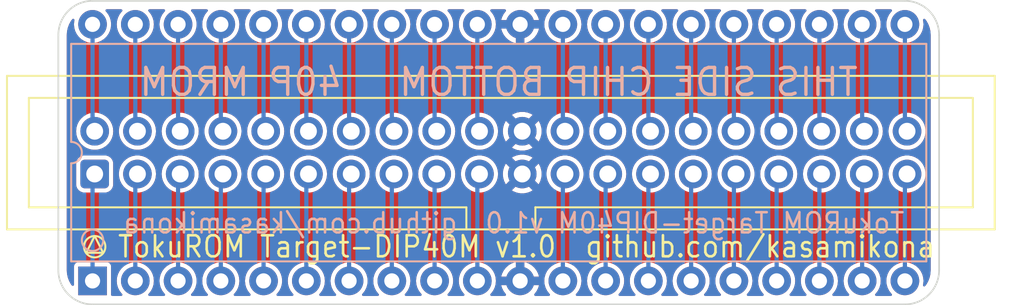
<source format=kicad_pcb>
(kicad_pcb (version 20221018) (generator pcbnew)
  (title_block (title "TokuROM Target-DIP40M") (rev "1.0") (company "github.com/kasamikona/TokuROM"))
  (layers (0 "F.Cu" signal) (31 "B.Cu" signal) (34 "B.Paste" user) (35 "F.Paste" user) (36 "B.SilkS" user "B.Silkscreen") (37 "F.SilkS" user "F.Silkscreen") (38 "B.Mask" user) (39 "F.Mask" user) (44 "Edge.Cuts" user))
  (net 0 "")
  (net 1 "/A17")
  (net 2 "/A8")
  (net 3 "/A7")
  (net 4 "/A9")
  (net 5 "/A6")
  (net 6 "/A10")
  (net 7 "/A5")
  (net 8 "/A11")
  (net 9 "/A4")
  (net 10 "/A12")
  (net 11 "/A3")
  (net 12 "/A13")
  (net 13 "/A2")
  (net 14 "/A14")
  (net 15 "/A1")
  (net 16 "/A15")
  (net 17 "/A0")
  (net 18 "/A16")
  (net 19 "/CE")
  (net 20 "/BYTE")
  (net 21 "/GND")
  (net 22 "/OE")
  (net 23 "/D15")
  (net 24 "/D0")
  (net 25 "/D7")
  (net 26 "/D8")
  (net 27 "/D14")
  (net 28 "/D1")
  (net 29 "/D6")
  (net 30 "/D9")
  (net 31 "/D13")
  (net 32 "/D2")
  (net 33 "/D5")
  (net 34 "/D10")
  (net 35 "/D12")
  (net 36 "/D3")
  (net 37 "/D4")
  (net 38 "/D11")
  (net 39 "/VCC")
  (footprint "Connector_IDC:IDC-Header_2x20_P2.54mm_Vertical" (layer "F.Cu") (at 19.177 23.368 90)
    (fp_text reference "J1" hide)
    (fp_text value "IDC-40")
    (fp_line (start -4.68 -0.5) (end -4.68 0.5) (stroke (width 0.12)) (layer "F.SilkS"))
    (fp_line (start -4.68 0.5) (end -3.68 0) (stroke (width 0.12)) (layer "F.SilkS"))
    (fp_line (start -3.68 0) (end -4.68 -0.5) (stroke (width 0.12)) (layer "F.SilkS"))
    (fp_line (start -3.29 -5.21) (end 5.83 -5.21) (stroke (width 0.12)) (layer "F.SilkS"))
    (fp_line (start -3.29 22.08) (end -1.98 22.08) (stroke (width 0.12)) (layer "F.SilkS"))
    (fp_line (start -3.29 53.47) (end -3.29 -5.21) (stroke (width 0.12)) (layer "F.SilkS"))
    (fp_line (start -1.98 -3.91) (end 4.52 -3.91) (stroke (width 0.12)) (layer "F.SilkS"))
    (fp_line (start -1.98 22.08) (end -1.98 -3.91) (stroke (width 0.12)) (layer "F.SilkS"))
    (fp_line (start -1.98 26.18) (end -3.29 26.18) (stroke (width 0.12)) (layer "F.SilkS"))
    (fp_line (start -1.98 26.18) (end -1.98 26.18) (stroke (width 0.12)) (layer "F.SilkS"))
    (fp_line (start -1.98 52.17) (end -1.98 26.18) (stroke (width 0.12)) (layer "F.SilkS"))
    (fp_line (start 4.52 -3.91) (end 4.52 52.17) (stroke (width 0.12)) (layer "F.SilkS"))
    (fp_line (start 4.52 52.17) (end -1.98 52.17) (stroke (width 0.12)) (layer "F.SilkS"))
    (fp_line (start 5.83 -5.21) (end 5.83 53.47) (stroke (width 0.12)) (layer "F.SilkS"))
    (fp_line (start 5.83 53.47) (end -3.29 53.47) (stroke (width 0.12)) (layer "F.SilkS"))
    (pad "1" thru_hole roundrect (at 0 0 90) (size 1.7 1.7) (drill 1) (layers "*.Cu" "*.Mask") (roundrect_rratio 0.147059) (net 1 "/A17"))
    (pad "2" thru_hole circle (at 2.54 0 90) (size 1.7 1.7) (drill 1) (layers "*.Cu" "*.Mask") (net 2 "/A8"))
    (pad "3" thru_hole circle (at 0 2.54 90) (size 1.7 1.7) (drill 1) (layers "*.Cu" "*.Mask") (net 3 "/A7"))
    (pad "4" thru_hole circle (at 2.54 2.54 90) (size 1.7 1.7) (drill 1) (layers "*.Cu" "*.Mask") (net 4 "/A9"))
    (pad "5" thru_hole circle (at 0 5.08 90) (size 1.7 1.7) (drill 1) (layers "*.Cu" "*.Mask") (net 5 "/A6"))
    (pad "6" thru_hole circle (at 2.54 5.08 90) (size 1.7 1.7) (drill 1) (layers "*.Cu" "*.Mask") (net 6 "/A10"))
    (pad "7" thru_hole circle (at 0 7.62 90) (size 1.7 1.7) (drill 1) (layers "*.Cu" "*.Mask") (net 7 "/A5"))
    (pad "8" thru_hole circle (at 2.54 7.62 90) (size 1.7 1.7) (drill 1) (layers "*.Cu" "*.Mask") (net 8 "/A11"))
    (pad "9" thru_hole circle (at 0 10.16 90) (size 1.7 1.7) (drill 1) (layers "*.Cu" "*.Mask") (net 9 "/A4"))
    (pad "10" thru_hole circle (at 2.54 10.16 90) (size 1.7 1.7) (drill 1) (layers "*.Cu" "*.Mask") (net 10 "/A12"))
    (pad "11" thru_hole circle (at 0 12.7 90) (size 1.7 1.7) (drill 1) (layers "*.Cu" "*.Mask") (net 11 "/A3"))
    (pad "12" thru_hole circle (at 2.54 12.7 90) (size 1.7 1.7) (drill 1) (layers "*.Cu" "*.Mask") (net 12 "/A13"))
    (pad "13" thru_hole circle (at 0 15.24 90) (size 1.7 1.7) (drill 1) (layers "*.Cu" "*.Mask") (net 13 "/A2"))
    (pad "14" thru_hole circle (at 2.54 15.24 90) (size 1.7 1.7) (drill 1) (layers "*.Cu" "*.Mask") (net 14 "/A14"))
    (pad "15" thru_hole circle (at 0 17.78 90) (size 1.7 1.7) (drill 1) (layers "*.Cu" "*.Mask") (net 15 "/A1"))
    (pad "16" thru_hole circle (at 2.54 17.78 90) (size 1.7 1.7) (drill 1) (layers "*.Cu" "*.Mask") (net 16 "/A15"))
    (pad "17" thru_hole circle (at 0 20.32 90) (size 1.7 1.7) (drill 1) (layers "*.Cu" "*.Mask") (net 17 "/A0"))
    (pad "18" thru_hole circle (at 2.54 20.32 90) (size 1.7 1.7) (drill 1) (layers "*.Cu" "*.Mask") (net 18 "/A16"))
    (pad "19" thru_hole circle (at 0 22.86 90) (size 1.7 1.7) (drill 1) (layers "*.Cu" "*.Mask") (net 19 "/CE"))
    (pad "20" thru_hole circle (at 2.54 22.86 90) (size 1.7 1.7) (drill 1) (layers "*.Cu" "*.Mask") (net 20 "/BYTE"))
    (pad "21" thru_hole circle (at 0 25.4 90) (size 1.7 1.7) (drill 1) (layers "*.Cu" "*.Mask") (net 21 "/GND"))
    (pad "22" thru_hole circle (at 2.54 25.4 90) (size 1.7 1.7) (drill 1) (layers "*.Cu" "*.Mask") (net 21 "/GND"))
    (pad "23" thru_hole circle (at 0 27.94 90) (size 1.7 1.7) (drill 1) (layers "*.Cu" "*.Mask") (net 22 "/OE"))
    (pad "24" thru_hole circle (at 2.54 27.94 90) (size 1.7 1.7) (drill 1) (layers "*.Cu" "*.Mask") (net 23 "/D15"))
    (pad "25" thru_hole circle (at 0 30.48 90) (size 1.7 1.7) (drill 1) (layers "*.Cu" "*.Mask") (net 24 "/D0"))
    (pad "26" thru_hole circle (at 2.54 30.48 90) (size 1.7 1.7) (drill 1) (layers "*.Cu" "*.Mask") (net 25 "/D7"))
    (pad "27" thru_hole circle (at 0 33.02 90) (size 1.7 1.7) (drill 1) (layers "*.Cu" "*.Mask") (net 26 "/D8"))
    (pad "28" thru_hole circle (at 2.54 33.02 90) (size 1.7 1.7) (drill 1) (layers "*.Cu" "*.Mask") (net 27 "/D14"))
    (pad "29" thru_hole circle (at 0 35.56 90) (size 1.7 1.7) (drill 1) (layers "*.Cu" "*.Mask") (net 28 "/D1"))
    (pad "30" thru_hole circle (at 2.54 35.56 90) (size 1.7 1.7) (drill 1) (layers "*.Cu" "*.Mask") (net 29 "/D6"))
    (pad "31" thru_hole circle (at 0 38.1 90) (size 1.7 1.7) (drill 1) (layers "*.Cu" "*.Mask") (net 30 "/D9"))
    (pad "32" thru_hole circle (at 2.54 38.1 90) (size 1.7 1.7) (drill 1) (layers "*.Cu" "*.Mask") (net 31 "/D13"))
    (pad "33" thru_hole circle (at 0 40.64 90) (size 1.7 1.7) (drill 1) (layers "*.Cu" "*.Mask") (net 32 "/D2"))
    (pad "34" thru_hole circle (at 2.54 40.64 90) (size 1.7 1.7) (drill 1) (layers "*.Cu" "*.Mask") (net 33 "/D5"))
    (pad "35" thru_hole circle (at 0 43.18 90) (size 1.7 1.7) (drill 1) (layers "*.Cu" "*.Mask") (net 34 "/D10"))
    (pad "36" thru_hole circle (at 2.54 43.18 90) (size 1.7 1.7) (drill 1) (layers "*.Cu" "*.Mask") (net 35 "/D12"))
    (pad "37" thru_hole circle (at 0 45.72 90) (size 1.7 1.7) (drill 1) (layers "*.Cu" "*.Mask") (net 36 "/D3"))
    (pad "38" thru_hole circle (at 2.54 45.72 90) (size 1.7 1.7) (drill 1) (layers "*.Cu" "*.Mask") (net 37 "/D4"))
    (pad "39" thru_hole circle (at 0 48.26 90) (size 1.7 1.7) (drill 1) (layers "*.Cu" "*.Mask") (net 38 "/D11"))
    (pad "40" thru_hole circle (at 2.54 48.26 90) (size 1.7 1.7) (drill 1) (layers "*.Cu" "*.Mask") (net 39 "/VCC"))
  )
  (footprint "Tokurom-Parts:DIP-40_Reversed" (layer "B.Cu") (at 19.05 29.718 -90)
    (fp_text reference "J2" hide)
    (fp_text value "DIP-40_Reversed")
    (fp_line (start -14.08 -49.53) (end -1.16 -49.53) (stroke (width 0.12)) (layer "B.SilkS"))
    (fp_line (start -14.08 1.27) (end -14.08 -49.53) (stroke (width 0.12)) (layer "B.SilkS"))
    (fp_line (start -8.255 1.27) (end -14.08 1.27) (stroke (width 0.12)) (layer "B.SilkS"))
    (fp_line (start -1.16 -49.53) (end -1.16 1.27) (stroke (width 0.12)) (layer "B.SilkS"))
    (fp_line (start -1.16 1.27) (end -6.985 1.27) (stroke (width 0.12)) (layer "B.SilkS"))
    (fp_arc (start -8.255 1.27) (mid -7.62 0.635) (end -6.985 1.27) (stroke (width 0.12)) (layer "B.SilkS"))
    (pad "1" thru_hole rect (at 0 0 270) (size 1.7 1.7) (drill 0.9) (layers "*.Cu" "*.Mask") (net 1 "/A17"))
    (pad "2" thru_hole oval (at 0 -2.54 270) (size 1.7 1.7) (drill 0.9) (layers "*.Cu" "*.Mask") (net 3 "/A7"))
    (pad "3" thru_hole oval (at 0 -5.08 270) (size 1.7 1.7) (drill 0.9) (layers "*.Cu" "*.Mask") (net 5 "/A6"))
    (pad "4" thru_hole oval (at 0 -7.62 270) (size 1.7 1.7) (drill 0.9) (layers "*.Cu" "*.Mask") (net 7 "/A5"))
    (pad "5" thru_hole oval (at 0 -10.16 270) (size 1.7 1.7) (drill 0.9) (layers "*.Cu" "*.Mask") (net 9 "/A4"))
    (pad "6" thru_hole oval (at 0 -12.7 270) (size 1.7 1.7) (drill 0.9) (layers "*.Cu" "*.Mask") (net 11 "/A3"))
    (pad "7" thru_hole oval (at 0 -15.24 270) (size 1.7 1.7) (drill 0.9) (layers "*.Cu" "*.Mask") (net 13 "/A2"))
    (pad "8" thru_hole oval (at 0 -17.78 270) (size 1.7 1.7) (drill 0.9) (layers "*.Cu" "*.Mask") (net 15 "/A1"))
    (pad "9" thru_hole oval (at 0 -20.32 270) (size 1.7 1.7) (drill 0.9) (layers "*.Cu" "*.Mask") (net 17 "/A0"))
    (pad "10" thru_hole oval (at 0 -22.86 270) (size 1.7 1.7) (drill 0.9) (layers "*.Cu" "*.Mask") (net 19 "/CE"))
    (pad "11" thru_hole oval (at 0 -25.4 270) (size 1.7 1.7) (drill 0.9) (layers "*.Cu" "*.Mask") (net 21 "/GND"))
    (pad "12" thru_hole oval (at 0 -27.94 270) (size 1.7 1.7) (drill 0.9) (layers "*.Cu" "*.Mask") (net 22 "/OE"))
    (pad "13" thru_hole oval (at 0 -30.48 270) (size 1.7 1.7) (drill 0.9) (layers "*.Cu" "*.Mask") (net 24 "/D0"))
    (pad "14" thru_hole oval (at 0 -33.02 270) (size 1.7 1.7) (drill 0.9) (layers "*.Cu" "*.Mask") (net 26 "/D8"))
    (pad "15" thru_hole oval (at 0 -35.56 270) (size 1.7 1.7) (drill 0.9) (layers "*.Cu" "*.Mask") (net 28 "/D1"))
    (pad "16" thru_hole oval (at 0 -38.1 270) (size 1.7 1.7) (drill 0.9) (layers "*.Cu" "*.Mask") (net 30 "/D9"))
    (pad "17" thru_hole oval (at 0 -40.64 270) (size 1.7 1.7) (drill 0.9) (layers "*.Cu" "*.Mask") (net 32 "/D2"))
    (pad "18" thru_hole oval (at 0 -43.18 270) (size 1.7 1.7) (drill 0.9) (layers "*.Cu" "*.Mask") (net 34 "/D10"))
    (pad "19" thru_hole oval (at 0 -45.72 270) (size 1.7 1.7) (drill 0.9) (layers "*.Cu" "*.Mask") (net 36 "/D3"))
    (pad "20" thru_hole oval (at 0 -48.26 270) (size 1.7 1.7) (drill 0.9) (layers "*.Cu" "*.Mask") (net 38 "/D11"))
    (pad "21" thru_hole oval (at -15.24 -48.26 270) (size 1.7 1.7) (drill 0.9) (layers "*.Cu" "*.Mask") (net 39 "/VCC"))
    (pad "22" thru_hole oval (at -15.24 -45.72 270) (size 1.7 1.7) (drill 0.9) (layers "*.Cu" "*.Mask") (net 37 "/D4"))
    (pad "23" thru_hole oval (at -15.24 -43.18 270) (size 1.7 1.7) (drill 0.9) (layers "*.Cu" "*.Mask") (net 35 "/D12"))
    (pad "24" thru_hole oval (at -15.24 -40.64 270) (size 1.7 1.7) (drill 0.9) (layers "*.Cu" "*.Mask") (net 33 "/D5"))
    (pad "25" thru_hole oval (at -15.24 -38.1 270) (size 1.7 1.7) (drill 0.9) (layers "*.Cu" "*.Mask") (net 31 "/D13"))
    (pad "26" thru_hole oval (at -15.24 -35.56 270) (size 1.7 1.7) (drill 0.9) (layers "*.Cu" "*.Mask") (net 29 "/D6"))
    (pad "27" thru_hole oval (at -15.24 -33.02 270) (size 1.7 1.7) (drill 0.9) (layers "*.Cu" "*.Mask") (net 27 "/D14"))
    (pad "28" thru_hole oval (at -15.24 -30.48 270) (size 1.7 1.7) (drill 0.9) (layers "*.Cu" "*.Mask") (net 25 "/D7"))
    (pad "29" thru_hole oval (at -15.24 -27.94 270) (size 1.7 1.7) (drill 0.9) (layers "*.Cu" "*.Mask") (net 23 "/D15"))
    (pad "30" thru_hole oval (at -15.24 -25.4 270) (size 1.7 1.7) (drill 0.9) (layers "*.Cu" "*.Mask") (net 21 "/GND"))
    (pad "31" thru_hole oval (at -15.24 -22.86 270) (size 1.7 1.7) (drill 0.9) (layers "*.Cu" "*.Mask") (net 20 "/BYTE"))
    (pad "32" thru_hole oval (at -15.24 -20.32 270) (size 1.7 1.7) (drill 0.9) (layers "*.Cu" "*.Mask") (net 18 "/A16"))
    (pad "33" thru_hole oval (at -15.24 -17.78 270) (size 1.7 1.7) (drill 0.9) (layers "*.Cu" "*.Mask") (net 16 "/A15"))
    (pad "34" thru_hole oval (at -15.24 -15.24 270) (size 1.7 1.7) (drill 0.9) (layers "*.Cu" "*.Mask") (net 14 "/A14"))
    (pad "35" thru_hole oval (at -15.24 -12.7 270) (size 1.7 1.7) (drill 0.9) (layers "*.Cu" "*.Mask") (net 12 "/A13"))
    (pad "36" thru_hole oval (at -15.24 -10.16 270) (size 1.7 1.7) (drill 0.9) (layers "*.Cu" "*.Mask") (net 10 "/A12"))
    (pad "37" thru_hole oval (at -15.24 -7.62 270) (size 1.7 1.7) (drill 0.9) (layers "*.Cu" "*.Mask") (net 8 "/A11"))
    (pad "38" thru_hole oval (at -15.24 -5.08 270) (size 1.7 1.7) (drill 0.9) (layers "*.Cu" "*.Mask") (net 6 "/A10"))
    (pad "39" thru_hole oval (at -15.24 -2.54 270) (size 1.7 1.7) (drill 0.9) (layers "*.Cu" "*.Mask") (net 4 "/A9"))
    (pad "40" thru_hole oval (at -15.24 0 270) (size 1.7 1.7) (drill 0.9) (layers "*.Cu" "*.Mask") (net 2 "/A8"))
  )
  (gr_circle (center 19.05 27.305) (end 19.05 26.67) (stroke (width 0.12)) (fill none) (layer "B.SilkS"))
  (gr_circle (center 19.177 27.686) (end 19.177 27.051) (stroke (width 0.12)) (fill none) (layer "F.SilkS"))
  (gr_line (start 19.05 13.081) (end 67.31 13.081) (stroke (width 0.1)) (layer "Edge.Cuts"))
  (gr_arc (start 19.05 31.115) (mid 17.613159 30.519841) (end 17.018 29.083) (stroke (width 0.1)) (layer "Edge.Cuts"))
  (gr_line (start 17.018 29.083) (end 17.018 15.113) (stroke (width 0.1)) (layer "Edge.Cuts"))
  (gr_arc (start 69.342 29.083) (mid 68.746841 30.519841) (end 67.31 31.115) (stroke (width 0.1)) (layer "Edge.Cuts"))
  (gr_arc (start 67.31 13.081) (mid 68.746841 13.676159) (end 69.342 15.113) (stroke (width 0.1)) (layer "Edge.Cuts"))
  (gr_line (start 67.31 31.115) (end 19.05 31.115) (stroke (width 0.1)) (layer "Edge.Cuts"))
  (gr_line (start 69.342 15.113) (end 69.342 29.083) (stroke (width 0.1)) (layer "Edge.Cuts"))
  (gr_arc (start 17.018 15.113) (mid 17.613159 13.676159) (end 19.05 13.081) (stroke (width 0.1)) (layer "Edge.Cuts"))
  (gr_text "TokuROM Target-DIP40M v${REVISION}  github.com/kasamikona" (at 44.069 26.289) (layer "B.SilkS") (effects (font (size 1.2 1.1)) (justify mirror)))
  (gr_text "THIS SIDE CHIP BOTTOM   40P MROM" (at 43.18 17.907) (layer "B.SilkS") (effects (font (size 1.6 1.5) (thickness 0.2)) (justify mirror)))
  (gr_text "TokuROM Target-DIP40M v${REVISION}  github.com/kasamikona" (at 44.831 27.686) (layer "F.SilkS") (effects (font (size 1.25 1.15) (thickness 0.156))))
  (segment (start 19.177 23.368) (end 19.05 23.368) (width 0.25) (layer "B.Cu") (net 1))
  (segment (start 19.05 23.368) (end 19.05 29.718) (width 0.25) (layer "B.Cu") (net 1))
  (segment (start 19.05 14.478) (end 19.05 20.828) (width 0.25) (layer "B.Cu") (net 2))
  (segment (start 19.177 20.828) (end 19.05 20.828) (width 0.25) (layer "B.Cu") (net 2))
  (segment (start 21.59 23.368) (end 21.59 29.718) (width 0.25) (layer "B.Cu") (net 3))
  (segment (start 21.717 23.368) (end 21.59 23.368) (width 0.25) (layer "B.Cu") (net 3))
  (segment (start 21.717 20.828) (end 21.59 20.828) (width 0.25) (layer "B.Cu") (net 4))
  (segment (start 21.59 20.828) (end 21.59 14.478) (width 0.25) (layer "B.Cu") (net 4))
  (segment (start 24.13 23.368) (end 24.13 29.718) (width 0.25) (layer "B.Cu") (net 5))
  (segment (start 24.257 23.368) (end 24.13 23.368) (width 0.25) (layer "B.Cu") (net 5))
  (segment (start 24.13 14.478) (end 24.13 20.828) (width 0.25) (layer "B.Cu") (net 6))
  (segment (start 24.257 20.828) (end 24.13 20.828) (width 0.25) (layer "B.Cu") (net 6))
  (segment (start 26.797 23.368) (end 26.67 23.368) (width 0.25) (layer "B.Cu") (net 7))
  (segment (start 26.67 23.368) (end 26.67 29.718) (width 0.25) (layer "B.Cu") (net 7))
  (segment (start 26.797 20.828) (end 26.67 20.828) (width 0.25) (layer "B.Cu") (net 8))
  (segment (start 26.67 20.828) (end 26.67 14.478) (width 0.25) (layer "B.Cu") (net 8))
  (segment (start 29.337 23.368) (end 29.21 23.368) (width 0.25) (layer "B.Cu") (net 9))
  (segment (start 29.21 23.368) (end 29.21 29.718) (width 0.25) (layer "B.Cu") (net 9))
  (segment (start 29.337 20.828) (end 29.21 20.828) (width 0.25) (layer "B.Cu") (net 10))
  (segment (start 29.21 14.478) (end 29.21 20.828) (width 0.25) (layer "B.Cu") (net 10))
  (segment (start 31.75 29.718) (end 31.75 23.368) (width 0.25) (layer "B.Cu") (net 11))
  (segment (start 31.877 23.368) (end 31.75 23.368) (width 0.25) (layer "B.Cu") (net 11))
  (segment (start 31.877 20.828) (end 31.75 20.828) (width 0.25) (layer "B.Cu") (net 12))
  (segment (start 31.75 20.828) (end 31.75 14.478) (width 0.25) (layer "B.Cu") (net 12))
  (segment (start 34.417 23.368) (end 34.29 23.368) (width 0.25) (layer "B.Cu") (net 13))
  (segment (start 34.29 23.368) (end 34.29 29.718) (width 0.25) (layer "B.Cu") (net 13))
  (segment (start 34.29 14.478) (end 34.29 20.828) (width 0.25) (layer "B.Cu") (net 14))
  (segment (start 34.417 20.828) (end 34.29 20.828) (width 0.25) (layer "B.Cu") (net 14))
  (segment (start 36.83 29.718) (end 36.83 23.368) (width 0.25) (layer "B.Cu") (net 15))
  (segment (start 36.957 23.368) (end 36.83 23.368) (width 0.25) (layer "B.Cu") (net 15))
  (segment (start 36.957 20.828) (end 36.83 20.828) (width 0.25) (layer "B.Cu") (net 16))
  (segment (start 36.83 20.828) (end 36.83 14.478) (width 0.25) (layer "B.Cu") (net 16))
  (segment (start 39.497 23.368) (end 39.37 23.368) (width 0.25) (layer "B.Cu") (net 17))
  (segment (start 39.37 23.368) (end 39.37 29.718) (width 0.25) (layer "B.Cu") (net 17))
  (segment (start 39.497 20.828) (end 39.37 20.828) (width 0.25) (layer "B.Cu") (net 18))
  (segment (start 39.37 14.478) (end 39.37 20.828) (width 0.25) (layer "B.Cu") (net 18))
  (segment (start 42.037 23.368) (end 41.91 23.368) (width 0.25) (layer "B.Cu") (net 19))
  (segment (start 41.91 29.718) (end 41.91 23.368) (width 0.25) (layer "B.Cu") (net 19))
  (segment (start 41.91 20.828) (end 41.91 14.478) (width 0.25) (layer "B.Cu") (net 20))
  (segment (start 42.037 20.828) (end 41.91 20.828) (width 0.25) (layer "B.Cu") (net 20))
  (segment (start 47.117 23.368) (end 46.99 23.368) (width 0.25) (layer "B.Cu") (net 22))
  (segment (start 46.99 23.368) (end 46.99 29.718) (width 0.25) (layer "B.Cu") (net 22))
  (segment (start 47.117 20.828) (end 46.99 20.828) (width 0.25) (layer "B.Cu") (net 23))
  (segment (start 46.99 20.828) (end 46.99 14.478) (width 0.25) (layer "B.Cu") (net 23))
  (segment (start 49.657 23.368) (end 49.53 23.368) (width 0.25) (layer "B.Cu") (net 24))
  (segment (start 49.53 23.368) (end 49.53 29.718) (width 0.25) (layer "B.Cu") (net 24))
  (segment (start 49.53 20.828) (end 49.53 14.478) (width 0.25) (layer "B.Cu") (net 25))
  (segment (start 49.657 20.828) (end 49.53 20.828) (width 0.25) (layer "B.Cu") (net 25))
  (segment (start 52.197 23.368) (end 52.07 23.368) (width 0.25) (layer "B.Cu") (net 26))
  (segment (start 52.07 29.718) (end 52.07 23.368) (width 0.25) (layer "B.Cu") (net 26))
  (segment (start 52.07 20.828) (end 52.07 14.478) (width 0.25) (layer "B.Cu") (net 27))
  (segment (start 52.197 20.828) (end 52.07 20.828) (width 0.25) (layer "B.Cu") (net 27))
  (segment (start 54.61 23.368) (end 54.61 29.718) (width 0.25) (layer "B.Cu") (net 28))
  (segment (start 54.737 23.368) (end 54.61 23.368) (width 0.25) (layer "B.Cu") (net 28))
  (segment (start 54.61 14.478) (end 54.61 20.828) (width 0.25) (layer "B.Cu") (net 29))
  (segment (start 54.737 20.828) (end 54.61 20.828) (width 0.25) (layer "B.Cu") (net 29))
  (segment (start 57.277 23.368) (end 57.15 23.368) (width 0.25) (layer "B.Cu") (net 30))
  (segment (start 57.15 29.718) (end 57.15 23.368) (width 0.25) (layer "B.Cu") (net 30))
  (segment (start 57.277 20.828) (end 57.15 20.828) (width 0.25) (layer "B.Cu") (net 31))
  (segment (start 57.15 14.478) (end 57.15 20.828) (width 0.25) (layer "B.Cu") (net 31))
  (segment (start 59.69 29.718) (end 59.69 23.368) (width 0.25) (layer "B.Cu") (net 32))
  (segment (start 59.817 23.368) (end 59.69 23.368) (width 0.25) (layer "B.Cu") (net 32))
  (segment (start 59.817 20.828) (end 59.69 20.828) (width 0.25) (layer "B.Cu") (net 33))
  (segment (start 59.69 20.828) (end 59.69 14.478) (width 0.25) (layer "B.Cu") (net 33))
  (segment (start 62.357 23.368) (end 62.23 23.368) (width 0.25) (layer "B.Cu") (net 34))
  (segment (start 62.23 23.368) (end 62.23 29.718) (width 0.25) (layer "B.Cu") (net 34))
  (segment (start 62.23 14.478) (end 62.23 20.828) (width 0.25) (layer "B.Cu") (net 35))
  (segment (start 62.357 20.828) (end 62.23 20.828) (width 0.25) (layer "B.Cu") (net 35))
  (segment (start 64.77 29.718) (end 64.77 23.368) (width 0.25) (layer "B.Cu") (net 36))
  (segment (start 64.897 23.368) (end 64.77 23.368) (width 0.25) (layer "B.Cu") (net 36))
  (segment (start 64.897 20.828) (end 64.77 20.828) (width 0.25) (layer "B.Cu") (net 37))
  (segment (start 64.77 20.828) (end 64.77 14.478) (width 0.25) (layer "B.Cu") (net 37))
  (segment (start 67.437 23.368) (end 67.31 23.368) (width 0.25) (layer "B.Cu") (net 38))
  (segment (start 67.31 23.368) (end 67.31 29.718) (width 0.25) (layer "B.Cu") (net 38))
  (segment (start 67.31 14.478) (end 67.31 20.828) (width 0.25) (layer "B.Cu") (net 39))
  (segment (start 67.437 20.828) (end 67.31 20.828) (width 0.25) (layer "B.Cu") (net 39))
  (zone (net 21) (net_name "/GND") (layers "F&B.Cu") (connect_pads (clearance 0.25)) (min_thickness 0.15) (fill yes (thermal_gap 0.3) (thermal_bridge_width 0.5))
    (polygon (pts (xy 17.018 31.115) (xy 69.342 31.115) (xy 69.342 13.081) (xy 17.018 13.081)))
  )
)
</source>
